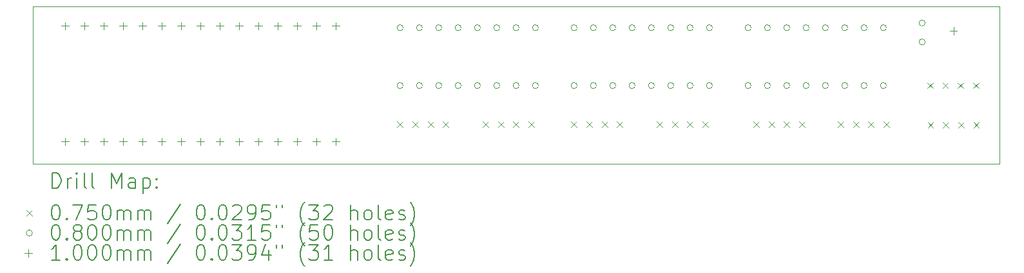
<source format=gbr>
%TF.GenerationSoftware,KiCad,Pcbnew,7.0.10*%
%TF.CreationDate,2024-06-02T15:41:42+02:00*%
%TF.ProjectId,eBoard_pcb,65426f61-7264-45f7-9063-622e6b696361,rev?*%
%TF.SameCoordinates,Original*%
%TF.FileFunction,Drillmap*%
%TF.FilePolarity,Positive*%
%FSLAX45Y45*%
G04 Gerber Fmt 4.5, Leading zero omitted, Abs format (unit mm)*
G04 Created by KiCad (PCBNEW 7.0.10) date 2024-06-02 15:41:42*
%MOMM*%
%LPD*%
G01*
G04 APERTURE LIST*
%ADD10C,0.100000*%
%ADD11C,0.200000*%
G04 APERTURE END LIST*
D10*
X10414000Y-5627491D02*
X23114000Y-5627491D01*
X23114000Y-7701098D01*
X10414000Y-7701098D01*
X10414000Y-5627491D01*
D11*
D10*
X15202500Y-7136950D02*
X15277500Y-7211950D01*
X15277500Y-7136950D02*
X15202500Y-7211950D01*
X15402500Y-7136950D02*
X15477500Y-7211950D01*
X15477500Y-7136950D02*
X15402500Y-7211950D01*
X15602500Y-7136950D02*
X15677500Y-7211950D01*
X15677500Y-7136950D02*
X15602500Y-7211950D01*
X15802500Y-7136950D02*
X15877500Y-7211950D01*
X15877500Y-7136950D02*
X15802500Y-7211950D01*
X16326500Y-7136950D02*
X16401500Y-7211950D01*
X16401500Y-7136950D02*
X16326500Y-7211950D01*
X16526500Y-7136950D02*
X16601500Y-7211950D01*
X16601500Y-7136950D02*
X16526500Y-7211950D01*
X16726500Y-7136950D02*
X16801500Y-7211950D01*
X16801500Y-7136950D02*
X16726500Y-7211950D01*
X16926500Y-7136950D02*
X17001500Y-7211950D01*
X17001500Y-7136950D02*
X16926500Y-7211950D01*
X17488500Y-7136950D02*
X17563500Y-7211950D01*
X17563500Y-7136950D02*
X17488500Y-7211950D01*
X17688500Y-7136950D02*
X17763500Y-7211950D01*
X17763500Y-7136950D02*
X17688500Y-7211950D01*
X17888500Y-7136950D02*
X17963500Y-7211950D01*
X17963500Y-7136950D02*
X17888500Y-7211950D01*
X18088500Y-7136950D02*
X18163500Y-7211950D01*
X18163500Y-7136950D02*
X18088500Y-7211950D01*
X18612500Y-7136950D02*
X18687500Y-7211950D01*
X18687500Y-7136950D02*
X18612500Y-7211950D01*
X18812500Y-7136950D02*
X18887500Y-7211950D01*
X18887500Y-7136950D02*
X18812500Y-7211950D01*
X19012500Y-7136950D02*
X19087500Y-7211950D01*
X19087500Y-7136950D02*
X19012500Y-7211950D01*
X19212500Y-7136950D02*
X19287500Y-7211950D01*
X19287500Y-7136950D02*
X19212500Y-7211950D01*
X19882500Y-7136950D02*
X19957500Y-7211950D01*
X19957500Y-7136950D02*
X19882500Y-7211950D01*
X20082500Y-7136950D02*
X20157500Y-7211950D01*
X20157500Y-7136950D02*
X20082500Y-7211950D01*
X20282500Y-7136950D02*
X20357500Y-7211950D01*
X20357500Y-7136950D02*
X20282500Y-7211950D01*
X20482500Y-7136950D02*
X20557500Y-7211950D01*
X20557500Y-7136950D02*
X20482500Y-7211950D01*
X20990500Y-7136950D02*
X21065500Y-7211950D01*
X21065500Y-7136950D02*
X20990500Y-7211950D01*
X21190500Y-7136950D02*
X21265500Y-7211950D01*
X21265500Y-7136950D02*
X21190500Y-7211950D01*
X21390500Y-7136950D02*
X21465500Y-7211950D01*
X21465500Y-7136950D02*
X21390500Y-7211950D01*
X21590500Y-7136950D02*
X21665500Y-7211950D01*
X21665500Y-7136950D02*
X21590500Y-7211950D01*
X22166610Y-6627810D02*
X22241610Y-6702810D01*
X22241610Y-6627810D02*
X22166610Y-6702810D01*
X22172510Y-7146660D02*
X22247510Y-7221660D01*
X22247510Y-7146660D02*
X22172510Y-7221660D01*
X22366610Y-6627810D02*
X22441610Y-6702810D01*
X22441610Y-6627810D02*
X22366610Y-6702810D01*
X22372510Y-7146660D02*
X22447510Y-7221660D01*
X22447510Y-7146660D02*
X22372510Y-7221660D01*
X22566610Y-6627810D02*
X22641610Y-6702810D01*
X22641610Y-6627810D02*
X22566610Y-6702810D01*
X22572510Y-7146660D02*
X22647510Y-7221660D01*
X22647510Y-7146660D02*
X22572510Y-7221660D01*
X22766610Y-6627810D02*
X22841610Y-6702810D01*
X22841610Y-6627810D02*
X22766610Y-6702810D01*
X22772510Y-7146660D02*
X22847510Y-7221660D01*
X22847510Y-7146660D02*
X22772510Y-7221660D01*
X15280000Y-5904450D02*
G75*
G03*
X15200000Y-5904450I-40000J0D01*
G01*
X15200000Y-5904450D02*
G75*
G03*
X15280000Y-5904450I40000J0D01*
G01*
X15280000Y-6666450D02*
G75*
G03*
X15200000Y-6666450I-40000J0D01*
G01*
X15200000Y-6666450D02*
G75*
G03*
X15280000Y-6666450I40000J0D01*
G01*
X15534000Y-5904450D02*
G75*
G03*
X15454000Y-5904450I-40000J0D01*
G01*
X15454000Y-5904450D02*
G75*
G03*
X15534000Y-5904450I40000J0D01*
G01*
X15534000Y-6666450D02*
G75*
G03*
X15454000Y-6666450I-40000J0D01*
G01*
X15454000Y-6666450D02*
G75*
G03*
X15534000Y-6666450I40000J0D01*
G01*
X15788000Y-5904450D02*
G75*
G03*
X15708000Y-5904450I-40000J0D01*
G01*
X15708000Y-5904450D02*
G75*
G03*
X15788000Y-5904450I40000J0D01*
G01*
X15788000Y-6666450D02*
G75*
G03*
X15708000Y-6666450I-40000J0D01*
G01*
X15708000Y-6666450D02*
G75*
G03*
X15788000Y-6666450I40000J0D01*
G01*
X16042000Y-5904450D02*
G75*
G03*
X15962000Y-5904450I-40000J0D01*
G01*
X15962000Y-5904450D02*
G75*
G03*
X16042000Y-5904450I40000J0D01*
G01*
X16042000Y-6666450D02*
G75*
G03*
X15962000Y-6666450I-40000J0D01*
G01*
X15962000Y-6666450D02*
G75*
G03*
X16042000Y-6666450I40000J0D01*
G01*
X16296000Y-5904450D02*
G75*
G03*
X16216000Y-5904450I-40000J0D01*
G01*
X16216000Y-5904450D02*
G75*
G03*
X16296000Y-5904450I40000J0D01*
G01*
X16296000Y-6666450D02*
G75*
G03*
X16216000Y-6666450I-40000J0D01*
G01*
X16216000Y-6666450D02*
G75*
G03*
X16296000Y-6666450I40000J0D01*
G01*
X16550000Y-5904450D02*
G75*
G03*
X16470000Y-5904450I-40000J0D01*
G01*
X16470000Y-5904450D02*
G75*
G03*
X16550000Y-5904450I40000J0D01*
G01*
X16550000Y-6666450D02*
G75*
G03*
X16470000Y-6666450I-40000J0D01*
G01*
X16470000Y-6666450D02*
G75*
G03*
X16550000Y-6666450I40000J0D01*
G01*
X16804000Y-5904450D02*
G75*
G03*
X16724000Y-5904450I-40000J0D01*
G01*
X16724000Y-5904450D02*
G75*
G03*
X16804000Y-5904450I40000J0D01*
G01*
X16804000Y-6666450D02*
G75*
G03*
X16724000Y-6666450I-40000J0D01*
G01*
X16724000Y-6666450D02*
G75*
G03*
X16804000Y-6666450I40000J0D01*
G01*
X17058000Y-5904450D02*
G75*
G03*
X16978000Y-5904450I-40000J0D01*
G01*
X16978000Y-5904450D02*
G75*
G03*
X17058000Y-5904450I40000J0D01*
G01*
X17058000Y-6666450D02*
G75*
G03*
X16978000Y-6666450I-40000J0D01*
G01*
X16978000Y-6666450D02*
G75*
G03*
X17058000Y-6666450I40000J0D01*
G01*
X17566000Y-5904450D02*
G75*
G03*
X17486000Y-5904450I-40000J0D01*
G01*
X17486000Y-5904450D02*
G75*
G03*
X17566000Y-5904450I40000J0D01*
G01*
X17566000Y-6666450D02*
G75*
G03*
X17486000Y-6666450I-40000J0D01*
G01*
X17486000Y-6666450D02*
G75*
G03*
X17566000Y-6666450I40000J0D01*
G01*
X17820000Y-5904450D02*
G75*
G03*
X17740000Y-5904450I-40000J0D01*
G01*
X17740000Y-5904450D02*
G75*
G03*
X17820000Y-5904450I40000J0D01*
G01*
X17820000Y-6666450D02*
G75*
G03*
X17740000Y-6666450I-40000J0D01*
G01*
X17740000Y-6666450D02*
G75*
G03*
X17820000Y-6666450I40000J0D01*
G01*
X18074000Y-5904450D02*
G75*
G03*
X17994000Y-5904450I-40000J0D01*
G01*
X17994000Y-5904450D02*
G75*
G03*
X18074000Y-5904450I40000J0D01*
G01*
X18074000Y-6666450D02*
G75*
G03*
X17994000Y-6666450I-40000J0D01*
G01*
X17994000Y-6666450D02*
G75*
G03*
X18074000Y-6666450I40000J0D01*
G01*
X18328000Y-5904450D02*
G75*
G03*
X18248000Y-5904450I-40000J0D01*
G01*
X18248000Y-5904450D02*
G75*
G03*
X18328000Y-5904450I40000J0D01*
G01*
X18328000Y-6666450D02*
G75*
G03*
X18248000Y-6666450I-40000J0D01*
G01*
X18248000Y-6666450D02*
G75*
G03*
X18328000Y-6666450I40000J0D01*
G01*
X18582000Y-5904450D02*
G75*
G03*
X18502000Y-5904450I-40000J0D01*
G01*
X18502000Y-5904450D02*
G75*
G03*
X18582000Y-5904450I40000J0D01*
G01*
X18582000Y-6666450D02*
G75*
G03*
X18502000Y-6666450I-40000J0D01*
G01*
X18502000Y-6666450D02*
G75*
G03*
X18582000Y-6666450I40000J0D01*
G01*
X18836000Y-5904450D02*
G75*
G03*
X18756000Y-5904450I-40000J0D01*
G01*
X18756000Y-5904450D02*
G75*
G03*
X18836000Y-5904450I40000J0D01*
G01*
X18836000Y-6666450D02*
G75*
G03*
X18756000Y-6666450I-40000J0D01*
G01*
X18756000Y-6666450D02*
G75*
G03*
X18836000Y-6666450I40000J0D01*
G01*
X19090000Y-5904450D02*
G75*
G03*
X19010000Y-5904450I-40000J0D01*
G01*
X19010000Y-5904450D02*
G75*
G03*
X19090000Y-5904450I40000J0D01*
G01*
X19090000Y-6666450D02*
G75*
G03*
X19010000Y-6666450I-40000J0D01*
G01*
X19010000Y-6666450D02*
G75*
G03*
X19090000Y-6666450I40000J0D01*
G01*
X19344000Y-5904450D02*
G75*
G03*
X19264000Y-5904450I-40000J0D01*
G01*
X19264000Y-5904450D02*
G75*
G03*
X19344000Y-5904450I40000J0D01*
G01*
X19344000Y-6666450D02*
G75*
G03*
X19264000Y-6666450I-40000J0D01*
G01*
X19264000Y-6666450D02*
G75*
G03*
X19344000Y-6666450I40000J0D01*
G01*
X19852000Y-5904450D02*
G75*
G03*
X19772000Y-5904450I-40000J0D01*
G01*
X19772000Y-5904450D02*
G75*
G03*
X19852000Y-5904450I40000J0D01*
G01*
X19852000Y-6666450D02*
G75*
G03*
X19772000Y-6666450I-40000J0D01*
G01*
X19772000Y-6666450D02*
G75*
G03*
X19852000Y-6666450I40000J0D01*
G01*
X20106000Y-5904450D02*
G75*
G03*
X20026000Y-5904450I-40000J0D01*
G01*
X20026000Y-5904450D02*
G75*
G03*
X20106000Y-5904450I40000J0D01*
G01*
X20106000Y-6666450D02*
G75*
G03*
X20026000Y-6666450I-40000J0D01*
G01*
X20026000Y-6666450D02*
G75*
G03*
X20106000Y-6666450I40000J0D01*
G01*
X20360000Y-5904450D02*
G75*
G03*
X20280000Y-5904450I-40000J0D01*
G01*
X20280000Y-5904450D02*
G75*
G03*
X20360000Y-5904450I40000J0D01*
G01*
X20360000Y-6666450D02*
G75*
G03*
X20280000Y-6666450I-40000J0D01*
G01*
X20280000Y-6666450D02*
G75*
G03*
X20360000Y-6666450I40000J0D01*
G01*
X20614000Y-5904450D02*
G75*
G03*
X20534000Y-5904450I-40000J0D01*
G01*
X20534000Y-5904450D02*
G75*
G03*
X20614000Y-5904450I40000J0D01*
G01*
X20614000Y-6666450D02*
G75*
G03*
X20534000Y-6666450I-40000J0D01*
G01*
X20534000Y-6666450D02*
G75*
G03*
X20614000Y-6666450I40000J0D01*
G01*
X20868000Y-5904450D02*
G75*
G03*
X20788000Y-5904450I-40000J0D01*
G01*
X20788000Y-5904450D02*
G75*
G03*
X20868000Y-5904450I40000J0D01*
G01*
X20868000Y-6666450D02*
G75*
G03*
X20788000Y-6666450I-40000J0D01*
G01*
X20788000Y-6666450D02*
G75*
G03*
X20868000Y-6666450I40000J0D01*
G01*
X21122000Y-5904450D02*
G75*
G03*
X21042000Y-5904450I-40000J0D01*
G01*
X21042000Y-5904450D02*
G75*
G03*
X21122000Y-5904450I40000J0D01*
G01*
X21122000Y-6666450D02*
G75*
G03*
X21042000Y-6666450I-40000J0D01*
G01*
X21042000Y-6666450D02*
G75*
G03*
X21122000Y-6666450I40000J0D01*
G01*
X21376000Y-5904450D02*
G75*
G03*
X21296000Y-5904450I-40000J0D01*
G01*
X21296000Y-5904450D02*
G75*
G03*
X21376000Y-5904450I40000J0D01*
G01*
X21376000Y-6666450D02*
G75*
G03*
X21296000Y-6666450I-40000J0D01*
G01*
X21296000Y-6666450D02*
G75*
G03*
X21376000Y-6666450I40000J0D01*
G01*
X21630000Y-5904450D02*
G75*
G03*
X21550000Y-5904450I-40000J0D01*
G01*
X21550000Y-5904450D02*
G75*
G03*
X21630000Y-5904450I40000J0D01*
G01*
X21630000Y-6666450D02*
G75*
G03*
X21550000Y-6666450I-40000J0D01*
G01*
X21550000Y-6666450D02*
G75*
G03*
X21630000Y-6666450I40000J0D01*
G01*
X22138000Y-5842000D02*
G75*
G03*
X22058000Y-5842000I-40000J0D01*
G01*
X22058000Y-5842000D02*
G75*
G03*
X22138000Y-5842000I40000J0D01*
G01*
X22138000Y-6092000D02*
G75*
G03*
X22058000Y-6092000I-40000J0D01*
G01*
X22058000Y-6092000D02*
G75*
G03*
X22138000Y-6092000I40000J0D01*
G01*
X10837000Y-5832000D02*
X10837000Y-5932000D01*
X10787000Y-5882000D02*
X10887000Y-5882000D01*
X10837000Y-7356000D02*
X10837000Y-7456000D01*
X10787000Y-7406000D02*
X10887000Y-7406000D01*
X11091000Y-5832000D02*
X11091000Y-5932000D01*
X11041000Y-5882000D02*
X11141000Y-5882000D01*
X11091000Y-7356000D02*
X11091000Y-7456000D01*
X11041000Y-7406000D02*
X11141000Y-7406000D01*
X11345000Y-5832000D02*
X11345000Y-5932000D01*
X11295000Y-5882000D02*
X11395000Y-5882000D01*
X11345000Y-7356000D02*
X11345000Y-7456000D01*
X11295000Y-7406000D02*
X11395000Y-7406000D01*
X11599000Y-5832000D02*
X11599000Y-5932000D01*
X11549000Y-5882000D02*
X11649000Y-5882000D01*
X11599000Y-7356000D02*
X11599000Y-7456000D01*
X11549000Y-7406000D02*
X11649000Y-7406000D01*
X11853000Y-5832000D02*
X11853000Y-5932000D01*
X11803000Y-5882000D02*
X11903000Y-5882000D01*
X11853000Y-7356000D02*
X11853000Y-7456000D01*
X11803000Y-7406000D02*
X11903000Y-7406000D01*
X12107000Y-5832000D02*
X12107000Y-5932000D01*
X12057000Y-5882000D02*
X12157000Y-5882000D01*
X12107000Y-7356000D02*
X12107000Y-7456000D01*
X12057000Y-7406000D02*
X12157000Y-7406000D01*
X12361000Y-5832000D02*
X12361000Y-5932000D01*
X12311000Y-5882000D02*
X12411000Y-5882000D01*
X12361000Y-7356000D02*
X12361000Y-7456000D01*
X12311000Y-7406000D02*
X12411000Y-7406000D01*
X12615000Y-5832000D02*
X12615000Y-5932000D01*
X12565000Y-5882000D02*
X12665000Y-5882000D01*
X12615000Y-7356000D02*
X12615000Y-7456000D01*
X12565000Y-7406000D02*
X12665000Y-7406000D01*
X12869000Y-5832000D02*
X12869000Y-5932000D01*
X12819000Y-5882000D02*
X12919000Y-5882000D01*
X12869000Y-7356000D02*
X12869000Y-7456000D01*
X12819000Y-7406000D02*
X12919000Y-7406000D01*
X13123000Y-5832000D02*
X13123000Y-5932000D01*
X13073000Y-5882000D02*
X13173000Y-5882000D01*
X13123000Y-7356000D02*
X13123000Y-7456000D01*
X13073000Y-7406000D02*
X13173000Y-7406000D01*
X13377000Y-5832000D02*
X13377000Y-5932000D01*
X13327000Y-5882000D02*
X13427000Y-5882000D01*
X13377000Y-7356000D02*
X13377000Y-7456000D01*
X13327000Y-7406000D02*
X13427000Y-7406000D01*
X13631000Y-5832000D02*
X13631000Y-5932000D01*
X13581000Y-5882000D02*
X13681000Y-5882000D01*
X13631000Y-7356000D02*
X13631000Y-7456000D01*
X13581000Y-7406000D02*
X13681000Y-7406000D01*
X13885000Y-5832000D02*
X13885000Y-5932000D01*
X13835000Y-5882000D02*
X13935000Y-5882000D01*
X13885000Y-7356000D02*
X13885000Y-7456000D01*
X13835000Y-7406000D02*
X13935000Y-7406000D01*
X14139000Y-5832000D02*
X14139000Y-5932000D01*
X14089000Y-5882000D02*
X14189000Y-5882000D01*
X14139000Y-7356000D02*
X14139000Y-7456000D01*
X14089000Y-7406000D02*
X14189000Y-7406000D01*
X14393000Y-5832000D02*
X14393000Y-5932000D01*
X14343000Y-5882000D02*
X14443000Y-5882000D01*
X14393000Y-7356000D02*
X14393000Y-7456000D01*
X14343000Y-7406000D02*
X14443000Y-7406000D01*
X22510190Y-5892520D02*
X22510190Y-5992520D01*
X22460190Y-5942520D02*
X22560190Y-5942520D01*
D11*
X10669777Y-8017582D02*
X10669777Y-7817582D01*
X10669777Y-7817582D02*
X10717396Y-7817582D01*
X10717396Y-7817582D02*
X10745967Y-7827105D01*
X10745967Y-7827105D02*
X10765015Y-7846153D01*
X10765015Y-7846153D02*
X10774539Y-7865201D01*
X10774539Y-7865201D02*
X10784063Y-7903296D01*
X10784063Y-7903296D02*
X10784063Y-7931867D01*
X10784063Y-7931867D02*
X10774539Y-7969962D01*
X10774539Y-7969962D02*
X10765015Y-7989010D01*
X10765015Y-7989010D02*
X10745967Y-8008058D01*
X10745967Y-8008058D02*
X10717396Y-8017582D01*
X10717396Y-8017582D02*
X10669777Y-8017582D01*
X10869777Y-8017582D02*
X10869777Y-7884248D01*
X10869777Y-7922343D02*
X10879301Y-7903296D01*
X10879301Y-7903296D02*
X10888824Y-7893772D01*
X10888824Y-7893772D02*
X10907872Y-7884248D01*
X10907872Y-7884248D02*
X10926920Y-7884248D01*
X10993586Y-8017582D02*
X10993586Y-7884248D01*
X10993586Y-7817582D02*
X10984063Y-7827105D01*
X10984063Y-7827105D02*
X10993586Y-7836629D01*
X10993586Y-7836629D02*
X11003110Y-7827105D01*
X11003110Y-7827105D02*
X10993586Y-7817582D01*
X10993586Y-7817582D02*
X10993586Y-7836629D01*
X11117396Y-8017582D02*
X11098348Y-8008058D01*
X11098348Y-8008058D02*
X11088824Y-7989010D01*
X11088824Y-7989010D02*
X11088824Y-7817582D01*
X11222158Y-8017582D02*
X11203110Y-8008058D01*
X11203110Y-8008058D02*
X11193586Y-7989010D01*
X11193586Y-7989010D02*
X11193586Y-7817582D01*
X11450729Y-8017582D02*
X11450729Y-7817582D01*
X11450729Y-7817582D02*
X11517396Y-7960439D01*
X11517396Y-7960439D02*
X11584062Y-7817582D01*
X11584062Y-7817582D02*
X11584062Y-8017582D01*
X11765015Y-8017582D02*
X11765015Y-7912820D01*
X11765015Y-7912820D02*
X11755491Y-7893772D01*
X11755491Y-7893772D02*
X11736443Y-7884248D01*
X11736443Y-7884248D02*
X11698348Y-7884248D01*
X11698348Y-7884248D02*
X11679301Y-7893772D01*
X11765015Y-8008058D02*
X11745967Y-8017582D01*
X11745967Y-8017582D02*
X11698348Y-8017582D01*
X11698348Y-8017582D02*
X11679301Y-8008058D01*
X11679301Y-8008058D02*
X11669777Y-7989010D01*
X11669777Y-7989010D02*
X11669777Y-7969962D01*
X11669777Y-7969962D02*
X11679301Y-7950915D01*
X11679301Y-7950915D02*
X11698348Y-7941391D01*
X11698348Y-7941391D02*
X11745967Y-7941391D01*
X11745967Y-7941391D02*
X11765015Y-7931867D01*
X11860253Y-7884248D02*
X11860253Y-8084248D01*
X11860253Y-7893772D02*
X11879301Y-7884248D01*
X11879301Y-7884248D02*
X11917396Y-7884248D01*
X11917396Y-7884248D02*
X11936443Y-7893772D01*
X11936443Y-7893772D02*
X11945967Y-7903296D01*
X11945967Y-7903296D02*
X11955491Y-7922343D01*
X11955491Y-7922343D02*
X11955491Y-7979486D01*
X11955491Y-7979486D02*
X11945967Y-7998534D01*
X11945967Y-7998534D02*
X11936443Y-8008058D01*
X11936443Y-8008058D02*
X11917396Y-8017582D01*
X11917396Y-8017582D02*
X11879301Y-8017582D01*
X11879301Y-8017582D02*
X11860253Y-8008058D01*
X12041205Y-7998534D02*
X12050729Y-8008058D01*
X12050729Y-8008058D02*
X12041205Y-8017582D01*
X12041205Y-8017582D02*
X12031682Y-8008058D01*
X12031682Y-8008058D02*
X12041205Y-7998534D01*
X12041205Y-7998534D02*
X12041205Y-8017582D01*
X12041205Y-7893772D02*
X12050729Y-7903296D01*
X12050729Y-7903296D02*
X12041205Y-7912820D01*
X12041205Y-7912820D02*
X12031682Y-7903296D01*
X12031682Y-7903296D02*
X12041205Y-7893772D01*
X12041205Y-7893772D02*
X12041205Y-7912820D01*
D10*
X10334000Y-8308598D02*
X10409000Y-8383598D01*
X10409000Y-8308598D02*
X10334000Y-8383598D01*
D11*
X10707872Y-8237582D02*
X10726920Y-8237582D01*
X10726920Y-8237582D02*
X10745967Y-8247105D01*
X10745967Y-8247105D02*
X10755491Y-8256629D01*
X10755491Y-8256629D02*
X10765015Y-8275677D01*
X10765015Y-8275677D02*
X10774539Y-8313772D01*
X10774539Y-8313772D02*
X10774539Y-8361391D01*
X10774539Y-8361391D02*
X10765015Y-8399486D01*
X10765015Y-8399486D02*
X10755491Y-8418534D01*
X10755491Y-8418534D02*
X10745967Y-8428058D01*
X10745967Y-8428058D02*
X10726920Y-8437582D01*
X10726920Y-8437582D02*
X10707872Y-8437582D01*
X10707872Y-8437582D02*
X10688824Y-8428058D01*
X10688824Y-8428058D02*
X10679301Y-8418534D01*
X10679301Y-8418534D02*
X10669777Y-8399486D01*
X10669777Y-8399486D02*
X10660253Y-8361391D01*
X10660253Y-8361391D02*
X10660253Y-8313772D01*
X10660253Y-8313772D02*
X10669777Y-8275677D01*
X10669777Y-8275677D02*
X10679301Y-8256629D01*
X10679301Y-8256629D02*
X10688824Y-8247105D01*
X10688824Y-8247105D02*
X10707872Y-8237582D01*
X10860253Y-8418534D02*
X10869777Y-8428058D01*
X10869777Y-8428058D02*
X10860253Y-8437582D01*
X10860253Y-8437582D02*
X10850729Y-8428058D01*
X10850729Y-8428058D02*
X10860253Y-8418534D01*
X10860253Y-8418534D02*
X10860253Y-8437582D01*
X10936444Y-8237582D02*
X11069777Y-8237582D01*
X11069777Y-8237582D02*
X10984063Y-8437582D01*
X11241205Y-8237582D02*
X11145967Y-8237582D01*
X11145967Y-8237582D02*
X11136444Y-8332820D01*
X11136444Y-8332820D02*
X11145967Y-8323296D01*
X11145967Y-8323296D02*
X11165015Y-8313772D01*
X11165015Y-8313772D02*
X11212634Y-8313772D01*
X11212634Y-8313772D02*
X11231682Y-8323296D01*
X11231682Y-8323296D02*
X11241205Y-8332820D01*
X11241205Y-8332820D02*
X11250729Y-8351867D01*
X11250729Y-8351867D02*
X11250729Y-8399486D01*
X11250729Y-8399486D02*
X11241205Y-8418534D01*
X11241205Y-8418534D02*
X11231682Y-8428058D01*
X11231682Y-8428058D02*
X11212634Y-8437582D01*
X11212634Y-8437582D02*
X11165015Y-8437582D01*
X11165015Y-8437582D02*
X11145967Y-8428058D01*
X11145967Y-8428058D02*
X11136444Y-8418534D01*
X11374539Y-8237582D02*
X11393586Y-8237582D01*
X11393586Y-8237582D02*
X11412634Y-8247105D01*
X11412634Y-8247105D02*
X11422158Y-8256629D01*
X11422158Y-8256629D02*
X11431682Y-8275677D01*
X11431682Y-8275677D02*
X11441205Y-8313772D01*
X11441205Y-8313772D02*
X11441205Y-8361391D01*
X11441205Y-8361391D02*
X11431682Y-8399486D01*
X11431682Y-8399486D02*
X11422158Y-8418534D01*
X11422158Y-8418534D02*
X11412634Y-8428058D01*
X11412634Y-8428058D02*
X11393586Y-8437582D01*
X11393586Y-8437582D02*
X11374539Y-8437582D01*
X11374539Y-8437582D02*
X11355491Y-8428058D01*
X11355491Y-8428058D02*
X11345967Y-8418534D01*
X11345967Y-8418534D02*
X11336443Y-8399486D01*
X11336443Y-8399486D02*
X11326920Y-8361391D01*
X11326920Y-8361391D02*
X11326920Y-8313772D01*
X11326920Y-8313772D02*
X11336443Y-8275677D01*
X11336443Y-8275677D02*
X11345967Y-8256629D01*
X11345967Y-8256629D02*
X11355491Y-8247105D01*
X11355491Y-8247105D02*
X11374539Y-8237582D01*
X11526920Y-8437582D02*
X11526920Y-8304248D01*
X11526920Y-8323296D02*
X11536443Y-8313772D01*
X11536443Y-8313772D02*
X11555491Y-8304248D01*
X11555491Y-8304248D02*
X11584063Y-8304248D01*
X11584063Y-8304248D02*
X11603110Y-8313772D01*
X11603110Y-8313772D02*
X11612634Y-8332820D01*
X11612634Y-8332820D02*
X11612634Y-8437582D01*
X11612634Y-8332820D02*
X11622158Y-8313772D01*
X11622158Y-8313772D02*
X11641205Y-8304248D01*
X11641205Y-8304248D02*
X11669777Y-8304248D01*
X11669777Y-8304248D02*
X11688824Y-8313772D01*
X11688824Y-8313772D02*
X11698348Y-8332820D01*
X11698348Y-8332820D02*
X11698348Y-8437582D01*
X11793586Y-8437582D02*
X11793586Y-8304248D01*
X11793586Y-8323296D02*
X11803110Y-8313772D01*
X11803110Y-8313772D02*
X11822158Y-8304248D01*
X11822158Y-8304248D02*
X11850729Y-8304248D01*
X11850729Y-8304248D02*
X11869777Y-8313772D01*
X11869777Y-8313772D02*
X11879301Y-8332820D01*
X11879301Y-8332820D02*
X11879301Y-8437582D01*
X11879301Y-8332820D02*
X11888824Y-8313772D01*
X11888824Y-8313772D02*
X11907872Y-8304248D01*
X11907872Y-8304248D02*
X11936443Y-8304248D01*
X11936443Y-8304248D02*
X11955491Y-8313772D01*
X11955491Y-8313772D02*
X11965015Y-8332820D01*
X11965015Y-8332820D02*
X11965015Y-8437582D01*
X12355491Y-8228058D02*
X12184063Y-8485201D01*
X12612634Y-8237582D02*
X12631682Y-8237582D01*
X12631682Y-8237582D02*
X12650729Y-8247105D01*
X12650729Y-8247105D02*
X12660253Y-8256629D01*
X12660253Y-8256629D02*
X12669777Y-8275677D01*
X12669777Y-8275677D02*
X12679301Y-8313772D01*
X12679301Y-8313772D02*
X12679301Y-8361391D01*
X12679301Y-8361391D02*
X12669777Y-8399486D01*
X12669777Y-8399486D02*
X12660253Y-8418534D01*
X12660253Y-8418534D02*
X12650729Y-8428058D01*
X12650729Y-8428058D02*
X12631682Y-8437582D01*
X12631682Y-8437582D02*
X12612634Y-8437582D01*
X12612634Y-8437582D02*
X12593586Y-8428058D01*
X12593586Y-8428058D02*
X12584063Y-8418534D01*
X12584063Y-8418534D02*
X12574539Y-8399486D01*
X12574539Y-8399486D02*
X12565015Y-8361391D01*
X12565015Y-8361391D02*
X12565015Y-8313772D01*
X12565015Y-8313772D02*
X12574539Y-8275677D01*
X12574539Y-8275677D02*
X12584063Y-8256629D01*
X12584063Y-8256629D02*
X12593586Y-8247105D01*
X12593586Y-8247105D02*
X12612634Y-8237582D01*
X12765015Y-8418534D02*
X12774539Y-8428058D01*
X12774539Y-8428058D02*
X12765015Y-8437582D01*
X12765015Y-8437582D02*
X12755491Y-8428058D01*
X12755491Y-8428058D02*
X12765015Y-8418534D01*
X12765015Y-8418534D02*
X12765015Y-8437582D01*
X12898348Y-8237582D02*
X12917396Y-8237582D01*
X12917396Y-8237582D02*
X12936444Y-8247105D01*
X12936444Y-8247105D02*
X12945967Y-8256629D01*
X12945967Y-8256629D02*
X12955491Y-8275677D01*
X12955491Y-8275677D02*
X12965015Y-8313772D01*
X12965015Y-8313772D02*
X12965015Y-8361391D01*
X12965015Y-8361391D02*
X12955491Y-8399486D01*
X12955491Y-8399486D02*
X12945967Y-8418534D01*
X12945967Y-8418534D02*
X12936444Y-8428058D01*
X12936444Y-8428058D02*
X12917396Y-8437582D01*
X12917396Y-8437582D02*
X12898348Y-8437582D01*
X12898348Y-8437582D02*
X12879301Y-8428058D01*
X12879301Y-8428058D02*
X12869777Y-8418534D01*
X12869777Y-8418534D02*
X12860253Y-8399486D01*
X12860253Y-8399486D02*
X12850729Y-8361391D01*
X12850729Y-8361391D02*
X12850729Y-8313772D01*
X12850729Y-8313772D02*
X12860253Y-8275677D01*
X12860253Y-8275677D02*
X12869777Y-8256629D01*
X12869777Y-8256629D02*
X12879301Y-8247105D01*
X12879301Y-8247105D02*
X12898348Y-8237582D01*
X13041206Y-8256629D02*
X13050729Y-8247105D01*
X13050729Y-8247105D02*
X13069777Y-8237582D01*
X13069777Y-8237582D02*
X13117396Y-8237582D01*
X13117396Y-8237582D02*
X13136444Y-8247105D01*
X13136444Y-8247105D02*
X13145967Y-8256629D01*
X13145967Y-8256629D02*
X13155491Y-8275677D01*
X13155491Y-8275677D02*
X13155491Y-8294724D01*
X13155491Y-8294724D02*
X13145967Y-8323296D01*
X13145967Y-8323296D02*
X13031682Y-8437582D01*
X13031682Y-8437582D02*
X13155491Y-8437582D01*
X13250729Y-8437582D02*
X13288825Y-8437582D01*
X13288825Y-8437582D02*
X13307872Y-8428058D01*
X13307872Y-8428058D02*
X13317396Y-8418534D01*
X13317396Y-8418534D02*
X13336444Y-8389963D01*
X13336444Y-8389963D02*
X13345967Y-8351867D01*
X13345967Y-8351867D02*
X13345967Y-8275677D01*
X13345967Y-8275677D02*
X13336444Y-8256629D01*
X13336444Y-8256629D02*
X13326920Y-8247105D01*
X13326920Y-8247105D02*
X13307872Y-8237582D01*
X13307872Y-8237582D02*
X13269777Y-8237582D01*
X13269777Y-8237582D02*
X13250729Y-8247105D01*
X13250729Y-8247105D02*
X13241206Y-8256629D01*
X13241206Y-8256629D02*
X13231682Y-8275677D01*
X13231682Y-8275677D02*
X13231682Y-8323296D01*
X13231682Y-8323296D02*
X13241206Y-8342343D01*
X13241206Y-8342343D02*
X13250729Y-8351867D01*
X13250729Y-8351867D02*
X13269777Y-8361391D01*
X13269777Y-8361391D02*
X13307872Y-8361391D01*
X13307872Y-8361391D02*
X13326920Y-8351867D01*
X13326920Y-8351867D02*
X13336444Y-8342343D01*
X13336444Y-8342343D02*
X13345967Y-8323296D01*
X13526920Y-8237582D02*
X13431682Y-8237582D01*
X13431682Y-8237582D02*
X13422158Y-8332820D01*
X13422158Y-8332820D02*
X13431682Y-8323296D01*
X13431682Y-8323296D02*
X13450729Y-8313772D01*
X13450729Y-8313772D02*
X13498348Y-8313772D01*
X13498348Y-8313772D02*
X13517396Y-8323296D01*
X13517396Y-8323296D02*
X13526920Y-8332820D01*
X13526920Y-8332820D02*
X13536444Y-8351867D01*
X13536444Y-8351867D02*
X13536444Y-8399486D01*
X13536444Y-8399486D02*
X13526920Y-8418534D01*
X13526920Y-8418534D02*
X13517396Y-8428058D01*
X13517396Y-8428058D02*
X13498348Y-8437582D01*
X13498348Y-8437582D02*
X13450729Y-8437582D01*
X13450729Y-8437582D02*
X13431682Y-8428058D01*
X13431682Y-8428058D02*
X13422158Y-8418534D01*
X13612634Y-8237582D02*
X13612634Y-8275677D01*
X13688825Y-8237582D02*
X13688825Y-8275677D01*
X13984063Y-8513772D02*
X13974539Y-8504248D01*
X13974539Y-8504248D02*
X13955491Y-8475677D01*
X13955491Y-8475677D02*
X13945968Y-8456629D01*
X13945968Y-8456629D02*
X13936444Y-8428058D01*
X13936444Y-8428058D02*
X13926920Y-8380439D01*
X13926920Y-8380439D02*
X13926920Y-8342343D01*
X13926920Y-8342343D02*
X13936444Y-8294724D01*
X13936444Y-8294724D02*
X13945968Y-8266153D01*
X13945968Y-8266153D02*
X13955491Y-8247105D01*
X13955491Y-8247105D02*
X13974539Y-8218534D01*
X13974539Y-8218534D02*
X13984063Y-8209010D01*
X14041206Y-8237582D02*
X14165015Y-8237582D01*
X14165015Y-8237582D02*
X14098348Y-8313772D01*
X14098348Y-8313772D02*
X14126920Y-8313772D01*
X14126920Y-8313772D02*
X14145968Y-8323296D01*
X14145968Y-8323296D02*
X14155491Y-8332820D01*
X14155491Y-8332820D02*
X14165015Y-8351867D01*
X14165015Y-8351867D02*
X14165015Y-8399486D01*
X14165015Y-8399486D02*
X14155491Y-8418534D01*
X14155491Y-8418534D02*
X14145968Y-8428058D01*
X14145968Y-8428058D02*
X14126920Y-8437582D01*
X14126920Y-8437582D02*
X14069777Y-8437582D01*
X14069777Y-8437582D02*
X14050729Y-8428058D01*
X14050729Y-8428058D02*
X14041206Y-8418534D01*
X14241206Y-8256629D02*
X14250729Y-8247105D01*
X14250729Y-8247105D02*
X14269777Y-8237582D01*
X14269777Y-8237582D02*
X14317396Y-8237582D01*
X14317396Y-8237582D02*
X14336444Y-8247105D01*
X14336444Y-8247105D02*
X14345968Y-8256629D01*
X14345968Y-8256629D02*
X14355491Y-8275677D01*
X14355491Y-8275677D02*
X14355491Y-8294724D01*
X14355491Y-8294724D02*
X14345968Y-8323296D01*
X14345968Y-8323296D02*
X14231682Y-8437582D01*
X14231682Y-8437582D02*
X14355491Y-8437582D01*
X14593587Y-8437582D02*
X14593587Y-8237582D01*
X14679301Y-8437582D02*
X14679301Y-8332820D01*
X14679301Y-8332820D02*
X14669777Y-8313772D01*
X14669777Y-8313772D02*
X14650730Y-8304248D01*
X14650730Y-8304248D02*
X14622158Y-8304248D01*
X14622158Y-8304248D02*
X14603110Y-8313772D01*
X14603110Y-8313772D02*
X14593587Y-8323296D01*
X14803110Y-8437582D02*
X14784063Y-8428058D01*
X14784063Y-8428058D02*
X14774539Y-8418534D01*
X14774539Y-8418534D02*
X14765015Y-8399486D01*
X14765015Y-8399486D02*
X14765015Y-8342343D01*
X14765015Y-8342343D02*
X14774539Y-8323296D01*
X14774539Y-8323296D02*
X14784063Y-8313772D01*
X14784063Y-8313772D02*
X14803110Y-8304248D01*
X14803110Y-8304248D02*
X14831682Y-8304248D01*
X14831682Y-8304248D02*
X14850730Y-8313772D01*
X14850730Y-8313772D02*
X14860253Y-8323296D01*
X14860253Y-8323296D02*
X14869777Y-8342343D01*
X14869777Y-8342343D02*
X14869777Y-8399486D01*
X14869777Y-8399486D02*
X14860253Y-8418534D01*
X14860253Y-8418534D02*
X14850730Y-8428058D01*
X14850730Y-8428058D02*
X14831682Y-8437582D01*
X14831682Y-8437582D02*
X14803110Y-8437582D01*
X14984063Y-8437582D02*
X14965015Y-8428058D01*
X14965015Y-8428058D02*
X14955491Y-8409010D01*
X14955491Y-8409010D02*
X14955491Y-8237582D01*
X15136444Y-8428058D02*
X15117396Y-8437582D01*
X15117396Y-8437582D02*
X15079301Y-8437582D01*
X15079301Y-8437582D02*
X15060253Y-8428058D01*
X15060253Y-8428058D02*
X15050730Y-8409010D01*
X15050730Y-8409010D02*
X15050730Y-8332820D01*
X15050730Y-8332820D02*
X15060253Y-8313772D01*
X15060253Y-8313772D02*
X15079301Y-8304248D01*
X15079301Y-8304248D02*
X15117396Y-8304248D01*
X15117396Y-8304248D02*
X15136444Y-8313772D01*
X15136444Y-8313772D02*
X15145968Y-8332820D01*
X15145968Y-8332820D02*
X15145968Y-8351867D01*
X15145968Y-8351867D02*
X15050730Y-8370915D01*
X15222158Y-8428058D02*
X15241206Y-8437582D01*
X15241206Y-8437582D02*
X15279301Y-8437582D01*
X15279301Y-8437582D02*
X15298349Y-8428058D01*
X15298349Y-8428058D02*
X15307872Y-8409010D01*
X15307872Y-8409010D02*
X15307872Y-8399486D01*
X15307872Y-8399486D02*
X15298349Y-8380439D01*
X15298349Y-8380439D02*
X15279301Y-8370915D01*
X15279301Y-8370915D02*
X15250730Y-8370915D01*
X15250730Y-8370915D02*
X15231682Y-8361391D01*
X15231682Y-8361391D02*
X15222158Y-8342343D01*
X15222158Y-8342343D02*
X15222158Y-8332820D01*
X15222158Y-8332820D02*
X15231682Y-8313772D01*
X15231682Y-8313772D02*
X15250730Y-8304248D01*
X15250730Y-8304248D02*
X15279301Y-8304248D01*
X15279301Y-8304248D02*
X15298349Y-8313772D01*
X15374539Y-8513772D02*
X15384063Y-8504248D01*
X15384063Y-8504248D02*
X15403111Y-8475677D01*
X15403111Y-8475677D02*
X15412634Y-8456629D01*
X15412634Y-8456629D02*
X15422158Y-8428058D01*
X15422158Y-8428058D02*
X15431682Y-8380439D01*
X15431682Y-8380439D02*
X15431682Y-8342343D01*
X15431682Y-8342343D02*
X15422158Y-8294724D01*
X15422158Y-8294724D02*
X15412634Y-8266153D01*
X15412634Y-8266153D02*
X15403111Y-8247105D01*
X15403111Y-8247105D02*
X15384063Y-8218534D01*
X15384063Y-8218534D02*
X15374539Y-8209010D01*
D10*
X10409000Y-8610098D02*
G75*
G03*
X10329000Y-8610098I-40000J0D01*
G01*
X10329000Y-8610098D02*
G75*
G03*
X10409000Y-8610098I40000J0D01*
G01*
D11*
X10707872Y-8501582D02*
X10726920Y-8501582D01*
X10726920Y-8501582D02*
X10745967Y-8511105D01*
X10745967Y-8511105D02*
X10755491Y-8520629D01*
X10755491Y-8520629D02*
X10765015Y-8539677D01*
X10765015Y-8539677D02*
X10774539Y-8577772D01*
X10774539Y-8577772D02*
X10774539Y-8625391D01*
X10774539Y-8625391D02*
X10765015Y-8663486D01*
X10765015Y-8663486D02*
X10755491Y-8682534D01*
X10755491Y-8682534D02*
X10745967Y-8692058D01*
X10745967Y-8692058D02*
X10726920Y-8701582D01*
X10726920Y-8701582D02*
X10707872Y-8701582D01*
X10707872Y-8701582D02*
X10688824Y-8692058D01*
X10688824Y-8692058D02*
X10679301Y-8682534D01*
X10679301Y-8682534D02*
X10669777Y-8663486D01*
X10669777Y-8663486D02*
X10660253Y-8625391D01*
X10660253Y-8625391D02*
X10660253Y-8577772D01*
X10660253Y-8577772D02*
X10669777Y-8539677D01*
X10669777Y-8539677D02*
X10679301Y-8520629D01*
X10679301Y-8520629D02*
X10688824Y-8511105D01*
X10688824Y-8511105D02*
X10707872Y-8501582D01*
X10860253Y-8682534D02*
X10869777Y-8692058D01*
X10869777Y-8692058D02*
X10860253Y-8701582D01*
X10860253Y-8701582D02*
X10850729Y-8692058D01*
X10850729Y-8692058D02*
X10860253Y-8682534D01*
X10860253Y-8682534D02*
X10860253Y-8701582D01*
X10984063Y-8587296D02*
X10965015Y-8577772D01*
X10965015Y-8577772D02*
X10955491Y-8568248D01*
X10955491Y-8568248D02*
X10945967Y-8549201D01*
X10945967Y-8549201D02*
X10945967Y-8539677D01*
X10945967Y-8539677D02*
X10955491Y-8520629D01*
X10955491Y-8520629D02*
X10965015Y-8511105D01*
X10965015Y-8511105D02*
X10984063Y-8501582D01*
X10984063Y-8501582D02*
X11022158Y-8501582D01*
X11022158Y-8501582D02*
X11041205Y-8511105D01*
X11041205Y-8511105D02*
X11050729Y-8520629D01*
X11050729Y-8520629D02*
X11060253Y-8539677D01*
X11060253Y-8539677D02*
X11060253Y-8549201D01*
X11060253Y-8549201D02*
X11050729Y-8568248D01*
X11050729Y-8568248D02*
X11041205Y-8577772D01*
X11041205Y-8577772D02*
X11022158Y-8587296D01*
X11022158Y-8587296D02*
X10984063Y-8587296D01*
X10984063Y-8587296D02*
X10965015Y-8596820D01*
X10965015Y-8596820D02*
X10955491Y-8606344D01*
X10955491Y-8606344D02*
X10945967Y-8625391D01*
X10945967Y-8625391D02*
X10945967Y-8663486D01*
X10945967Y-8663486D02*
X10955491Y-8682534D01*
X10955491Y-8682534D02*
X10965015Y-8692058D01*
X10965015Y-8692058D02*
X10984063Y-8701582D01*
X10984063Y-8701582D02*
X11022158Y-8701582D01*
X11022158Y-8701582D02*
X11041205Y-8692058D01*
X11041205Y-8692058D02*
X11050729Y-8682534D01*
X11050729Y-8682534D02*
X11060253Y-8663486D01*
X11060253Y-8663486D02*
X11060253Y-8625391D01*
X11060253Y-8625391D02*
X11050729Y-8606344D01*
X11050729Y-8606344D02*
X11041205Y-8596820D01*
X11041205Y-8596820D02*
X11022158Y-8587296D01*
X11184063Y-8501582D02*
X11203110Y-8501582D01*
X11203110Y-8501582D02*
X11222158Y-8511105D01*
X11222158Y-8511105D02*
X11231682Y-8520629D01*
X11231682Y-8520629D02*
X11241205Y-8539677D01*
X11241205Y-8539677D02*
X11250729Y-8577772D01*
X11250729Y-8577772D02*
X11250729Y-8625391D01*
X11250729Y-8625391D02*
X11241205Y-8663486D01*
X11241205Y-8663486D02*
X11231682Y-8682534D01*
X11231682Y-8682534D02*
X11222158Y-8692058D01*
X11222158Y-8692058D02*
X11203110Y-8701582D01*
X11203110Y-8701582D02*
X11184063Y-8701582D01*
X11184063Y-8701582D02*
X11165015Y-8692058D01*
X11165015Y-8692058D02*
X11155491Y-8682534D01*
X11155491Y-8682534D02*
X11145967Y-8663486D01*
X11145967Y-8663486D02*
X11136444Y-8625391D01*
X11136444Y-8625391D02*
X11136444Y-8577772D01*
X11136444Y-8577772D02*
X11145967Y-8539677D01*
X11145967Y-8539677D02*
X11155491Y-8520629D01*
X11155491Y-8520629D02*
X11165015Y-8511105D01*
X11165015Y-8511105D02*
X11184063Y-8501582D01*
X11374539Y-8501582D02*
X11393586Y-8501582D01*
X11393586Y-8501582D02*
X11412634Y-8511105D01*
X11412634Y-8511105D02*
X11422158Y-8520629D01*
X11422158Y-8520629D02*
X11431682Y-8539677D01*
X11431682Y-8539677D02*
X11441205Y-8577772D01*
X11441205Y-8577772D02*
X11441205Y-8625391D01*
X11441205Y-8625391D02*
X11431682Y-8663486D01*
X11431682Y-8663486D02*
X11422158Y-8682534D01*
X11422158Y-8682534D02*
X11412634Y-8692058D01*
X11412634Y-8692058D02*
X11393586Y-8701582D01*
X11393586Y-8701582D02*
X11374539Y-8701582D01*
X11374539Y-8701582D02*
X11355491Y-8692058D01*
X11355491Y-8692058D02*
X11345967Y-8682534D01*
X11345967Y-8682534D02*
X11336443Y-8663486D01*
X11336443Y-8663486D02*
X11326920Y-8625391D01*
X11326920Y-8625391D02*
X11326920Y-8577772D01*
X11326920Y-8577772D02*
X11336443Y-8539677D01*
X11336443Y-8539677D02*
X11345967Y-8520629D01*
X11345967Y-8520629D02*
X11355491Y-8511105D01*
X11355491Y-8511105D02*
X11374539Y-8501582D01*
X11526920Y-8701582D02*
X11526920Y-8568248D01*
X11526920Y-8587296D02*
X11536443Y-8577772D01*
X11536443Y-8577772D02*
X11555491Y-8568248D01*
X11555491Y-8568248D02*
X11584063Y-8568248D01*
X11584063Y-8568248D02*
X11603110Y-8577772D01*
X11603110Y-8577772D02*
X11612634Y-8596820D01*
X11612634Y-8596820D02*
X11612634Y-8701582D01*
X11612634Y-8596820D02*
X11622158Y-8577772D01*
X11622158Y-8577772D02*
X11641205Y-8568248D01*
X11641205Y-8568248D02*
X11669777Y-8568248D01*
X11669777Y-8568248D02*
X11688824Y-8577772D01*
X11688824Y-8577772D02*
X11698348Y-8596820D01*
X11698348Y-8596820D02*
X11698348Y-8701582D01*
X11793586Y-8701582D02*
X11793586Y-8568248D01*
X11793586Y-8587296D02*
X11803110Y-8577772D01*
X11803110Y-8577772D02*
X11822158Y-8568248D01*
X11822158Y-8568248D02*
X11850729Y-8568248D01*
X11850729Y-8568248D02*
X11869777Y-8577772D01*
X11869777Y-8577772D02*
X11879301Y-8596820D01*
X11879301Y-8596820D02*
X11879301Y-8701582D01*
X11879301Y-8596820D02*
X11888824Y-8577772D01*
X11888824Y-8577772D02*
X11907872Y-8568248D01*
X11907872Y-8568248D02*
X11936443Y-8568248D01*
X11936443Y-8568248D02*
X11955491Y-8577772D01*
X11955491Y-8577772D02*
X11965015Y-8596820D01*
X11965015Y-8596820D02*
X11965015Y-8701582D01*
X12355491Y-8492058D02*
X12184063Y-8749201D01*
X12612634Y-8501582D02*
X12631682Y-8501582D01*
X12631682Y-8501582D02*
X12650729Y-8511105D01*
X12650729Y-8511105D02*
X12660253Y-8520629D01*
X12660253Y-8520629D02*
X12669777Y-8539677D01*
X12669777Y-8539677D02*
X12679301Y-8577772D01*
X12679301Y-8577772D02*
X12679301Y-8625391D01*
X12679301Y-8625391D02*
X12669777Y-8663486D01*
X12669777Y-8663486D02*
X12660253Y-8682534D01*
X12660253Y-8682534D02*
X12650729Y-8692058D01*
X12650729Y-8692058D02*
X12631682Y-8701582D01*
X12631682Y-8701582D02*
X12612634Y-8701582D01*
X12612634Y-8701582D02*
X12593586Y-8692058D01*
X12593586Y-8692058D02*
X12584063Y-8682534D01*
X12584063Y-8682534D02*
X12574539Y-8663486D01*
X12574539Y-8663486D02*
X12565015Y-8625391D01*
X12565015Y-8625391D02*
X12565015Y-8577772D01*
X12565015Y-8577772D02*
X12574539Y-8539677D01*
X12574539Y-8539677D02*
X12584063Y-8520629D01*
X12584063Y-8520629D02*
X12593586Y-8511105D01*
X12593586Y-8511105D02*
X12612634Y-8501582D01*
X12765015Y-8682534D02*
X12774539Y-8692058D01*
X12774539Y-8692058D02*
X12765015Y-8701582D01*
X12765015Y-8701582D02*
X12755491Y-8692058D01*
X12755491Y-8692058D02*
X12765015Y-8682534D01*
X12765015Y-8682534D02*
X12765015Y-8701582D01*
X12898348Y-8501582D02*
X12917396Y-8501582D01*
X12917396Y-8501582D02*
X12936444Y-8511105D01*
X12936444Y-8511105D02*
X12945967Y-8520629D01*
X12945967Y-8520629D02*
X12955491Y-8539677D01*
X12955491Y-8539677D02*
X12965015Y-8577772D01*
X12965015Y-8577772D02*
X12965015Y-8625391D01*
X12965015Y-8625391D02*
X12955491Y-8663486D01*
X12955491Y-8663486D02*
X12945967Y-8682534D01*
X12945967Y-8682534D02*
X12936444Y-8692058D01*
X12936444Y-8692058D02*
X12917396Y-8701582D01*
X12917396Y-8701582D02*
X12898348Y-8701582D01*
X12898348Y-8701582D02*
X12879301Y-8692058D01*
X12879301Y-8692058D02*
X12869777Y-8682534D01*
X12869777Y-8682534D02*
X12860253Y-8663486D01*
X12860253Y-8663486D02*
X12850729Y-8625391D01*
X12850729Y-8625391D02*
X12850729Y-8577772D01*
X12850729Y-8577772D02*
X12860253Y-8539677D01*
X12860253Y-8539677D02*
X12869777Y-8520629D01*
X12869777Y-8520629D02*
X12879301Y-8511105D01*
X12879301Y-8511105D02*
X12898348Y-8501582D01*
X13031682Y-8501582D02*
X13155491Y-8501582D01*
X13155491Y-8501582D02*
X13088825Y-8577772D01*
X13088825Y-8577772D02*
X13117396Y-8577772D01*
X13117396Y-8577772D02*
X13136444Y-8587296D01*
X13136444Y-8587296D02*
X13145967Y-8596820D01*
X13145967Y-8596820D02*
X13155491Y-8615867D01*
X13155491Y-8615867D02*
X13155491Y-8663486D01*
X13155491Y-8663486D02*
X13145967Y-8682534D01*
X13145967Y-8682534D02*
X13136444Y-8692058D01*
X13136444Y-8692058D02*
X13117396Y-8701582D01*
X13117396Y-8701582D02*
X13060253Y-8701582D01*
X13060253Y-8701582D02*
X13041206Y-8692058D01*
X13041206Y-8692058D02*
X13031682Y-8682534D01*
X13345967Y-8701582D02*
X13231682Y-8701582D01*
X13288825Y-8701582D02*
X13288825Y-8501582D01*
X13288825Y-8501582D02*
X13269777Y-8530153D01*
X13269777Y-8530153D02*
X13250729Y-8549201D01*
X13250729Y-8549201D02*
X13231682Y-8558724D01*
X13526920Y-8501582D02*
X13431682Y-8501582D01*
X13431682Y-8501582D02*
X13422158Y-8596820D01*
X13422158Y-8596820D02*
X13431682Y-8587296D01*
X13431682Y-8587296D02*
X13450729Y-8577772D01*
X13450729Y-8577772D02*
X13498348Y-8577772D01*
X13498348Y-8577772D02*
X13517396Y-8587296D01*
X13517396Y-8587296D02*
X13526920Y-8596820D01*
X13526920Y-8596820D02*
X13536444Y-8615867D01*
X13536444Y-8615867D02*
X13536444Y-8663486D01*
X13536444Y-8663486D02*
X13526920Y-8682534D01*
X13526920Y-8682534D02*
X13517396Y-8692058D01*
X13517396Y-8692058D02*
X13498348Y-8701582D01*
X13498348Y-8701582D02*
X13450729Y-8701582D01*
X13450729Y-8701582D02*
X13431682Y-8692058D01*
X13431682Y-8692058D02*
X13422158Y-8682534D01*
X13612634Y-8501582D02*
X13612634Y-8539677D01*
X13688825Y-8501582D02*
X13688825Y-8539677D01*
X13984063Y-8777772D02*
X13974539Y-8768248D01*
X13974539Y-8768248D02*
X13955491Y-8739677D01*
X13955491Y-8739677D02*
X13945968Y-8720629D01*
X13945968Y-8720629D02*
X13936444Y-8692058D01*
X13936444Y-8692058D02*
X13926920Y-8644439D01*
X13926920Y-8644439D02*
X13926920Y-8606344D01*
X13926920Y-8606344D02*
X13936444Y-8558724D01*
X13936444Y-8558724D02*
X13945968Y-8530153D01*
X13945968Y-8530153D02*
X13955491Y-8511105D01*
X13955491Y-8511105D02*
X13974539Y-8482534D01*
X13974539Y-8482534D02*
X13984063Y-8473010D01*
X14155491Y-8501582D02*
X14060253Y-8501582D01*
X14060253Y-8501582D02*
X14050729Y-8596820D01*
X14050729Y-8596820D02*
X14060253Y-8587296D01*
X14060253Y-8587296D02*
X14079301Y-8577772D01*
X14079301Y-8577772D02*
X14126920Y-8577772D01*
X14126920Y-8577772D02*
X14145968Y-8587296D01*
X14145968Y-8587296D02*
X14155491Y-8596820D01*
X14155491Y-8596820D02*
X14165015Y-8615867D01*
X14165015Y-8615867D02*
X14165015Y-8663486D01*
X14165015Y-8663486D02*
X14155491Y-8682534D01*
X14155491Y-8682534D02*
X14145968Y-8692058D01*
X14145968Y-8692058D02*
X14126920Y-8701582D01*
X14126920Y-8701582D02*
X14079301Y-8701582D01*
X14079301Y-8701582D02*
X14060253Y-8692058D01*
X14060253Y-8692058D02*
X14050729Y-8682534D01*
X14288825Y-8501582D02*
X14307872Y-8501582D01*
X14307872Y-8501582D02*
X14326920Y-8511105D01*
X14326920Y-8511105D02*
X14336444Y-8520629D01*
X14336444Y-8520629D02*
X14345968Y-8539677D01*
X14345968Y-8539677D02*
X14355491Y-8577772D01*
X14355491Y-8577772D02*
X14355491Y-8625391D01*
X14355491Y-8625391D02*
X14345968Y-8663486D01*
X14345968Y-8663486D02*
X14336444Y-8682534D01*
X14336444Y-8682534D02*
X14326920Y-8692058D01*
X14326920Y-8692058D02*
X14307872Y-8701582D01*
X14307872Y-8701582D02*
X14288825Y-8701582D01*
X14288825Y-8701582D02*
X14269777Y-8692058D01*
X14269777Y-8692058D02*
X14260253Y-8682534D01*
X14260253Y-8682534D02*
X14250729Y-8663486D01*
X14250729Y-8663486D02*
X14241206Y-8625391D01*
X14241206Y-8625391D02*
X14241206Y-8577772D01*
X14241206Y-8577772D02*
X14250729Y-8539677D01*
X14250729Y-8539677D02*
X14260253Y-8520629D01*
X14260253Y-8520629D02*
X14269777Y-8511105D01*
X14269777Y-8511105D02*
X14288825Y-8501582D01*
X14593587Y-8701582D02*
X14593587Y-8501582D01*
X14679301Y-8701582D02*
X14679301Y-8596820D01*
X14679301Y-8596820D02*
X14669777Y-8577772D01*
X14669777Y-8577772D02*
X14650730Y-8568248D01*
X14650730Y-8568248D02*
X14622158Y-8568248D01*
X14622158Y-8568248D02*
X14603110Y-8577772D01*
X14603110Y-8577772D02*
X14593587Y-8587296D01*
X14803110Y-8701582D02*
X14784063Y-8692058D01*
X14784063Y-8692058D02*
X14774539Y-8682534D01*
X14774539Y-8682534D02*
X14765015Y-8663486D01*
X14765015Y-8663486D02*
X14765015Y-8606344D01*
X14765015Y-8606344D02*
X14774539Y-8587296D01*
X14774539Y-8587296D02*
X14784063Y-8577772D01*
X14784063Y-8577772D02*
X14803110Y-8568248D01*
X14803110Y-8568248D02*
X14831682Y-8568248D01*
X14831682Y-8568248D02*
X14850730Y-8577772D01*
X14850730Y-8577772D02*
X14860253Y-8587296D01*
X14860253Y-8587296D02*
X14869777Y-8606344D01*
X14869777Y-8606344D02*
X14869777Y-8663486D01*
X14869777Y-8663486D02*
X14860253Y-8682534D01*
X14860253Y-8682534D02*
X14850730Y-8692058D01*
X14850730Y-8692058D02*
X14831682Y-8701582D01*
X14831682Y-8701582D02*
X14803110Y-8701582D01*
X14984063Y-8701582D02*
X14965015Y-8692058D01*
X14965015Y-8692058D02*
X14955491Y-8673010D01*
X14955491Y-8673010D02*
X14955491Y-8501582D01*
X15136444Y-8692058D02*
X15117396Y-8701582D01*
X15117396Y-8701582D02*
X15079301Y-8701582D01*
X15079301Y-8701582D02*
X15060253Y-8692058D01*
X15060253Y-8692058D02*
X15050730Y-8673010D01*
X15050730Y-8673010D02*
X15050730Y-8596820D01*
X15050730Y-8596820D02*
X15060253Y-8577772D01*
X15060253Y-8577772D02*
X15079301Y-8568248D01*
X15079301Y-8568248D02*
X15117396Y-8568248D01*
X15117396Y-8568248D02*
X15136444Y-8577772D01*
X15136444Y-8577772D02*
X15145968Y-8596820D01*
X15145968Y-8596820D02*
X15145968Y-8615867D01*
X15145968Y-8615867D02*
X15050730Y-8634915D01*
X15222158Y-8692058D02*
X15241206Y-8701582D01*
X15241206Y-8701582D02*
X15279301Y-8701582D01*
X15279301Y-8701582D02*
X15298349Y-8692058D01*
X15298349Y-8692058D02*
X15307872Y-8673010D01*
X15307872Y-8673010D02*
X15307872Y-8663486D01*
X15307872Y-8663486D02*
X15298349Y-8644439D01*
X15298349Y-8644439D02*
X15279301Y-8634915D01*
X15279301Y-8634915D02*
X15250730Y-8634915D01*
X15250730Y-8634915D02*
X15231682Y-8625391D01*
X15231682Y-8625391D02*
X15222158Y-8606344D01*
X15222158Y-8606344D02*
X15222158Y-8596820D01*
X15222158Y-8596820D02*
X15231682Y-8577772D01*
X15231682Y-8577772D02*
X15250730Y-8568248D01*
X15250730Y-8568248D02*
X15279301Y-8568248D01*
X15279301Y-8568248D02*
X15298349Y-8577772D01*
X15374539Y-8777772D02*
X15384063Y-8768248D01*
X15384063Y-8768248D02*
X15403111Y-8739677D01*
X15403111Y-8739677D02*
X15412634Y-8720629D01*
X15412634Y-8720629D02*
X15422158Y-8692058D01*
X15422158Y-8692058D02*
X15431682Y-8644439D01*
X15431682Y-8644439D02*
X15431682Y-8606344D01*
X15431682Y-8606344D02*
X15422158Y-8558724D01*
X15422158Y-8558724D02*
X15412634Y-8530153D01*
X15412634Y-8530153D02*
X15403111Y-8511105D01*
X15403111Y-8511105D02*
X15384063Y-8482534D01*
X15384063Y-8482534D02*
X15374539Y-8473010D01*
D10*
X10359000Y-8824098D02*
X10359000Y-8924098D01*
X10309000Y-8874098D02*
X10409000Y-8874098D01*
D11*
X10774539Y-8965582D02*
X10660253Y-8965582D01*
X10717396Y-8965582D02*
X10717396Y-8765582D01*
X10717396Y-8765582D02*
X10698348Y-8794153D01*
X10698348Y-8794153D02*
X10679301Y-8813201D01*
X10679301Y-8813201D02*
X10660253Y-8822724D01*
X10860253Y-8946534D02*
X10869777Y-8956058D01*
X10869777Y-8956058D02*
X10860253Y-8965582D01*
X10860253Y-8965582D02*
X10850729Y-8956058D01*
X10850729Y-8956058D02*
X10860253Y-8946534D01*
X10860253Y-8946534D02*
X10860253Y-8965582D01*
X10993586Y-8765582D02*
X11012634Y-8765582D01*
X11012634Y-8765582D02*
X11031682Y-8775105D01*
X11031682Y-8775105D02*
X11041205Y-8784629D01*
X11041205Y-8784629D02*
X11050729Y-8803677D01*
X11050729Y-8803677D02*
X11060253Y-8841772D01*
X11060253Y-8841772D02*
X11060253Y-8889391D01*
X11060253Y-8889391D02*
X11050729Y-8927486D01*
X11050729Y-8927486D02*
X11041205Y-8946534D01*
X11041205Y-8946534D02*
X11031682Y-8956058D01*
X11031682Y-8956058D02*
X11012634Y-8965582D01*
X11012634Y-8965582D02*
X10993586Y-8965582D01*
X10993586Y-8965582D02*
X10974539Y-8956058D01*
X10974539Y-8956058D02*
X10965015Y-8946534D01*
X10965015Y-8946534D02*
X10955491Y-8927486D01*
X10955491Y-8927486D02*
X10945967Y-8889391D01*
X10945967Y-8889391D02*
X10945967Y-8841772D01*
X10945967Y-8841772D02*
X10955491Y-8803677D01*
X10955491Y-8803677D02*
X10965015Y-8784629D01*
X10965015Y-8784629D02*
X10974539Y-8775105D01*
X10974539Y-8775105D02*
X10993586Y-8765582D01*
X11184063Y-8765582D02*
X11203110Y-8765582D01*
X11203110Y-8765582D02*
X11222158Y-8775105D01*
X11222158Y-8775105D02*
X11231682Y-8784629D01*
X11231682Y-8784629D02*
X11241205Y-8803677D01*
X11241205Y-8803677D02*
X11250729Y-8841772D01*
X11250729Y-8841772D02*
X11250729Y-8889391D01*
X11250729Y-8889391D02*
X11241205Y-8927486D01*
X11241205Y-8927486D02*
X11231682Y-8946534D01*
X11231682Y-8946534D02*
X11222158Y-8956058D01*
X11222158Y-8956058D02*
X11203110Y-8965582D01*
X11203110Y-8965582D02*
X11184063Y-8965582D01*
X11184063Y-8965582D02*
X11165015Y-8956058D01*
X11165015Y-8956058D02*
X11155491Y-8946534D01*
X11155491Y-8946534D02*
X11145967Y-8927486D01*
X11145967Y-8927486D02*
X11136444Y-8889391D01*
X11136444Y-8889391D02*
X11136444Y-8841772D01*
X11136444Y-8841772D02*
X11145967Y-8803677D01*
X11145967Y-8803677D02*
X11155491Y-8784629D01*
X11155491Y-8784629D02*
X11165015Y-8775105D01*
X11165015Y-8775105D02*
X11184063Y-8765582D01*
X11374539Y-8765582D02*
X11393586Y-8765582D01*
X11393586Y-8765582D02*
X11412634Y-8775105D01*
X11412634Y-8775105D02*
X11422158Y-8784629D01*
X11422158Y-8784629D02*
X11431682Y-8803677D01*
X11431682Y-8803677D02*
X11441205Y-8841772D01*
X11441205Y-8841772D02*
X11441205Y-8889391D01*
X11441205Y-8889391D02*
X11431682Y-8927486D01*
X11431682Y-8927486D02*
X11422158Y-8946534D01*
X11422158Y-8946534D02*
X11412634Y-8956058D01*
X11412634Y-8956058D02*
X11393586Y-8965582D01*
X11393586Y-8965582D02*
X11374539Y-8965582D01*
X11374539Y-8965582D02*
X11355491Y-8956058D01*
X11355491Y-8956058D02*
X11345967Y-8946534D01*
X11345967Y-8946534D02*
X11336443Y-8927486D01*
X11336443Y-8927486D02*
X11326920Y-8889391D01*
X11326920Y-8889391D02*
X11326920Y-8841772D01*
X11326920Y-8841772D02*
X11336443Y-8803677D01*
X11336443Y-8803677D02*
X11345967Y-8784629D01*
X11345967Y-8784629D02*
X11355491Y-8775105D01*
X11355491Y-8775105D02*
X11374539Y-8765582D01*
X11526920Y-8965582D02*
X11526920Y-8832248D01*
X11526920Y-8851296D02*
X11536443Y-8841772D01*
X11536443Y-8841772D02*
X11555491Y-8832248D01*
X11555491Y-8832248D02*
X11584063Y-8832248D01*
X11584063Y-8832248D02*
X11603110Y-8841772D01*
X11603110Y-8841772D02*
X11612634Y-8860820D01*
X11612634Y-8860820D02*
X11612634Y-8965582D01*
X11612634Y-8860820D02*
X11622158Y-8841772D01*
X11622158Y-8841772D02*
X11641205Y-8832248D01*
X11641205Y-8832248D02*
X11669777Y-8832248D01*
X11669777Y-8832248D02*
X11688824Y-8841772D01*
X11688824Y-8841772D02*
X11698348Y-8860820D01*
X11698348Y-8860820D02*
X11698348Y-8965582D01*
X11793586Y-8965582D02*
X11793586Y-8832248D01*
X11793586Y-8851296D02*
X11803110Y-8841772D01*
X11803110Y-8841772D02*
X11822158Y-8832248D01*
X11822158Y-8832248D02*
X11850729Y-8832248D01*
X11850729Y-8832248D02*
X11869777Y-8841772D01*
X11869777Y-8841772D02*
X11879301Y-8860820D01*
X11879301Y-8860820D02*
X11879301Y-8965582D01*
X11879301Y-8860820D02*
X11888824Y-8841772D01*
X11888824Y-8841772D02*
X11907872Y-8832248D01*
X11907872Y-8832248D02*
X11936443Y-8832248D01*
X11936443Y-8832248D02*
X11955491Y-8841772D01*
X11955491Y-8841772D02*
X11965015Y-8860820D01*
X11965015Y-8860820D02*
X11965015Y-8965582D01*
X12355491Y-8756058D02*
X12184063Y-9013201D01*
X12612634Y-8765582D02*
X12631682Y-8765582D01*
X12631682Y-8765582D02*
X12650729Y-8775105D01*
X12650729Y-8775105D02*
X12660253Y-8784629D01*
X12660253Y-8784629D02*
X12669777Y-8803677D01*
X12669777Y-8803677D02*
X12679301Y-8841772D01*
X12679301Y-8841772D02*
X12679301Y-8889391D01*
X12679301Y-8889391D02*
X12669777Y-8927486D01*
X12669777Y-8927486D02*
X12660253Y-8946534D01*
X12660253Y-8946534D02*
X12650729Y-8956058D01*
X12650729Y-8956058D02*
X12631682Y-8965582D01*
X12631682Y-8965582D02*
X12612634Y-8965582D01*
X12612634Y-8965582D02*
X12593586Y-8956058D01*
X12593586Y-8956058D02*
X12584063Y-8946534D01*
X12584063Y-8946534D02*
X12574539Y-8927486D01*
X12574539Y-8927486D02*
X12565015Y-8889391D01*
X12565015Y-8889391D02*
X12565015Y-8841772D01*
X12565015Y-8841772D02*
X12574539Y-8803677D01*
X12574539Y-8803677D02*
X12584063Y-8784629D01*
X12584063Y-8784629D02*
X12593586Y-8775105D01*
X12593586Y-8775105D02*
X12612634Y-8765582D01*
X12765015Y-8946534D02*
X12774539Y-8956058D01*
X12774539Y-8956058D02*
X12765015Y-8965582D01*
X12765015Y-8965582D02*
X12755491Y-8956058D01*
X12755491Y-8956058D02*
X12765015Y-8946534D01*
X12765015Y-8946534D02*
X12765015Y-8965582D01*
X12898348Y-8765582D02*
X12917396Y-8765582D01*
X12917396Y-8765582D02*
X12936444Y-8775105D01*
X12936444Y-8775105D02*
X12945967Y-8784629D01*
X12945967Y-8784629D02*
X12955491Y-8803677D01*
X12955491Y-8803677D02*
X12965015Y-8841772D01*
X12965015Y-8841772D02*
X12965015Y-8889391D01*
X12965015Y-8889391D02*
X12955491Y-8927486D01*
X12955491Y-8927486D02*
X12945967Y-8946534D01*
X12945967Y-8946534D02*
X12936444Y-8956058D01*
X12936444Y-8956058D02*
X12917396Y-8965582D01*
X12917396Y-8965582D02*
X12898348Y-8965582D01*
X12898348Y-8965582D02*
X12879301Y-8956058D01*
X12879301Y-8956058D02*
X12869777Y-8946534D01*
X12869777Y-8946534D02*
X12860253Y-8927486D01*
X12860253Y-8927486D02*
X12850729Y-8889391D01*
X12850729Y-8889391D02*
X12850729Y-8841772D01*
X12850729Y-8841772D02*
X12860253Y-8803677D01*
X12860253Y-8803677D02*
X12869777Y-8784629D01*
X12869777Y-8784629D02*
X12879301Y-8775105D01*
X12879301Y-8775105D02*
X12898348Y-8765582D01*
X13031682Y-8765582D02*
X13155491Y-8765582D01*
X13155491Y-8765582D02*
X13088825Y-8841772D01*
X13088825Y-8841772D02*
X13117396Y-8841772D01*
X13117396Y-8841772D02*
X13136444Y-8851296D01*
X13136444Y-8851296D02*
X13145967Y-8860820D01*
X13145967Y-8860820D02*
X13155491Y-8879867D01*
X13155491Y-8879867D02*
X13155491Y-8927486D01*
X13155491Y-8927486D02*
X13145967Y-8946534D01*
X13145967Y-8946534D02*
X13136444Y-8956058D01*
X13136444Y-8956058D02*
X13117396Y-8965582D01*
X13117396Y-8965582D02*
X13060253Y-8965582D01*
X13060253Y-8965582D02*
X13041206Y-8956058D01*
X13041206Y-8956058D02*
X13031682Y-8946534D01*
X13250729Y-8965582D02*
X13288825Y-8965582D01*
X13288825Y-8965582D02*
X13307872Y-8956058D01*
X13307872Y-8956058D02*
X13317396Y-8946534D01*
X13317396Y-8946534D02*
X13336444Y-8917963D01*
X13336444Y-8917963D02*
X13345967Y-8879867D01*
X13345967Y-8879867D02*
X13345967Y-8803677D01*
X13345967Y-8803677D02*
X13336444Y-8784629D01*
X13336444Y-8784629D02*
X13326920Y-8775105D01*
X13326920Y-8775105D02*
X13307872Y-8765582D01*
X13307872Y-8765582D02*
X13269777Y-8765582D01*
X13269777Y-8765582D02*
X13250729Y-8775105D01*
X13250729Y-8775105D02*
X13241206Y-8784629D01*
X13241206Y-8784629D02*
X13231682Y-8803677D01*
X13231682Y-8803677D02*
X13231682Y-8851296D01*
X13231682Y-8851296D02*
X13241206Y-8870344D01*
X13241206Y-8870344D02*
X13250729Y-8879867D01*
X13250729Y-8879867D02*
X13269777Y-8889391D01*
X13269777Y-8889391D02*
X13307872Y-8889391D01*
X13307872Y-8889391D02*
X13326920Y-8879867D01*
X13326920Y-8879867D02*
X13336444Y-8870344D01*
X13336444Y-8870344D02*
X13345967Y-8851296D01*
X13517396Y-8832248D02*
X13517396Y-8965582D01*
X13469777Y-8756058D02*
X13422158Y-8898915D01*
X13422158Y-8898915D02*
X13545967Y-8898915D01*
X13612634Y-8765582D02*
X13612634Y-8803677D01*
X13688825Y-8765582D02*
X13688825Y-8803677D01*
X13984063Y-9041772D02*
X13974539Y-9032248D01*
X13974539Y-9032248D02*
X13955491Y-9003677D01*
X13955491Y-9003677D02*
X13945968Y-8984629D01*
X13945968Y-8984629D02*
X13936444Y-8956058D01*
X13936444Y-8956058D02*
X13926920Y-8908439D01*
X13926920Y-8908439D02*
X13926920Y-8870344D01*
X13926920Y-8870344D02*
X13936444Y-8822724D01*
X13936444Y-8822724D02*
X13945968Y-8794153D01*
X13945968Y-8794153D02*
X13955491Y-8775105D01*
X13955491Y-8775105D02*
X13974539Y-8746534D01*
X13974539Y-8746534D02*
X13984063Y-8737010D01*
X14041206Y-8765582D02*
X14165015Y-8765582D01*
X14165015Y-8765582D02*
X14098348Y-8841772D01*
X14098348Y-8841772D02*
X14126920Y-8841772D01*
X14126920Y-8841772D02*
X14145968Y-8851296D01*
X14145968Y-8851296D02*
X14155491Y-8860820D01*
X14155491Y-8860820D02*
X14165015Y-8879867D01*
X14165015Y-8879867D02*
X14165015Y-8927486D01*
X14165015Y-8927486D02*
X14155491Y-8946534D01*
X14155491Y-8946534D02*
X14145968Y-8956058D01*
X14145968Y-8956058D02*
X14126920Y-8965582D01*
X14126920Y-8965582D02*
X14069777Y-8965582D01*
X14069777Y-8965582D02*
X14050729Y-8956058D01*
X14050729Y-8956058D02*
X14041206Y-8946534D01*
X14355491Y-8965582D02*
X14241206Y-8965582D01*
X14298348Y-8965582D02*
X14298348Y-8765582D01*
X14298348Y-8765582D02*
X14279301Y-8794153D01*
X14279301Y-8794153D02*
X14260253Y-8813201D01*
X14260253Y-8813201D02*
X14241206Y-8822724D01*
X14593587Y-8965582D02*
X14593587Y-8765582D01*
X14679301Y-8965582D02*
X14679301Y-8860820D01*
X14679301Y-8860820D02*
X14669777Y-8841772D01*
X14669777Y-8841772D02*
X14650730Y-8832248D01*
X14650730Y-8832248D02*
X14622158Y-8832248D01*
X14622158Y-8832248D02*
X14603110Y-8841772D01*
X14603110Y-8841772D02*
X14593587Y-8851296D01*
X14803110Y-8965582D02*
X14784063Y-8956058D01*
X14784063Y-8956058D02*
X14774539Y-8946534D01*
X14774539Y-8946534D02*
X14765015Y-8927486D01*
X14765015Y-8927486D02*
X14765015Y-8870344D01*
X14765015Y-8870344D02*
X14774539Y-8851296D01*
X14774539Y-8851296D02*
X14784063Y-8841772D01*
X14784063Y-8841772D02*
X14803110Y-8832248D01*
X14803110Y-8832248D02*
X14831682Y-8832248D01*
X14831682Y-8832248D02*
X14850730Y-8841772D01*
X14850730Y-8841772D02*
X14860253Y-8851296D01*
X14860253Y-8851296D02*
X14869777Y-8870344D01*
X14869777Y-8870344D02*
X14869777Y-8927486D01*
X14869777Y-8927486D02*
X14860253Y-8946534D01*
X14860253Y-8946534D02*
X14850730Y-8956058D01*
X14850730Y-8956058D02*
X14831682Y-8965582D01*
X14831682Y-8965582D02*
X14803110Y-8965582D01*
X14984063Y-8965582D02*
X14965015Y-8956058D01*
X14965015Y-8956058D02*
X14955491Y-8937010D01*
X14955491Y-8937010D02*
X14955491Y-8765582D01*
X15136444Y-8956058D02*
X15117396Y-8965582D01*
X15117396Y-8965582D02*
X15079301Y-8965582D01*
X15079301Y-8965582D02*
X15060253Y-8956058D01*
X15060253Y-8956058D02*
X15050730Y-8937010D01*
X15050730Y-8937010D02*
X15050730Y-8860820D01*
X15050730Y-8860820D02*
X15060253Y-8841772D01*
X15060253Y-8841772D02*
X15079301Y-8832248D01*
X15079301Y-8832248D02*
X15117396Y-8832248D01*
X15117396Y-8832248D02*
X15136444Y-8841772D01*
X15136444Y-8841772D02*
X15145968Y-8860820D01*
X15145968Y-8860820D02*
X15145968Y-8879867D01*
X15145968Y-8879867D02*
X15050730Y-8898915D01*
X15222158Y-8956058D02*
X15241206Y-8965582D01*
X15241206Y-8965582D02*
X15279301Y-8965582D01*
X15279301Y-8965582D02*
X15298349Y-8956058D01*
X15298349Y-8956058D02*
X15307872Y-8937010D01*
X15307872Y-8937010D02*
X15307872Y-8927486D01*
X15307872Y-8927486D02*
X15298349Y-8908439D01*
X15298349Y-8908439D02*
X15279301Y-8898915D01*
X15279301Y-8898915D02*
X15250730Y-8898915D01*
X15250730Y-8898915D02*
X15231682Y-8889391D01*
X15231682Y-8889391D02*
X15222158Y-8870344D01*
X15222158Y-8870344D02*
X15222158Y-8860820D01*
X15222158Y-8860820D02*
X15231682Y-8841772D01*
X15231682Y-8841772D02*
X15250730Y-8832248D01*
X15250730Y-8832248D02*
X15279301Y-8832248D01*
X15279301Y-8832248D02*
X15298349Y-8841772D01*
X15374539Y-9041772D02*
X15384063Y-9032248D01*
X15384063Y-9032248D02*
X15403111Y-9003677D01*
X15403111Y-9003677D02*
X15412634Y-8984629D01*
X15412634Y-8984629D02*
X15422158Y-8956058D01*
X15422158Y-8956058D02*
X15431682Y-8908439D01*
X15431682Y-8908439D02*
X15431682Y-8870344D01*
X15431682Y-8870344D02*
X15422158Y-8822724D01*
X15422158Y-8822724D02*
X15412634Y-8794153D01*
X15412634Y-8794153D02*
X15403111Y-8775105D01*
X15403111Y-8775105D02*
X15384063Y-8746534D01*
X15384063Y-8746534D02*
X15374539Y-8737010D01*
M02*

</source>
